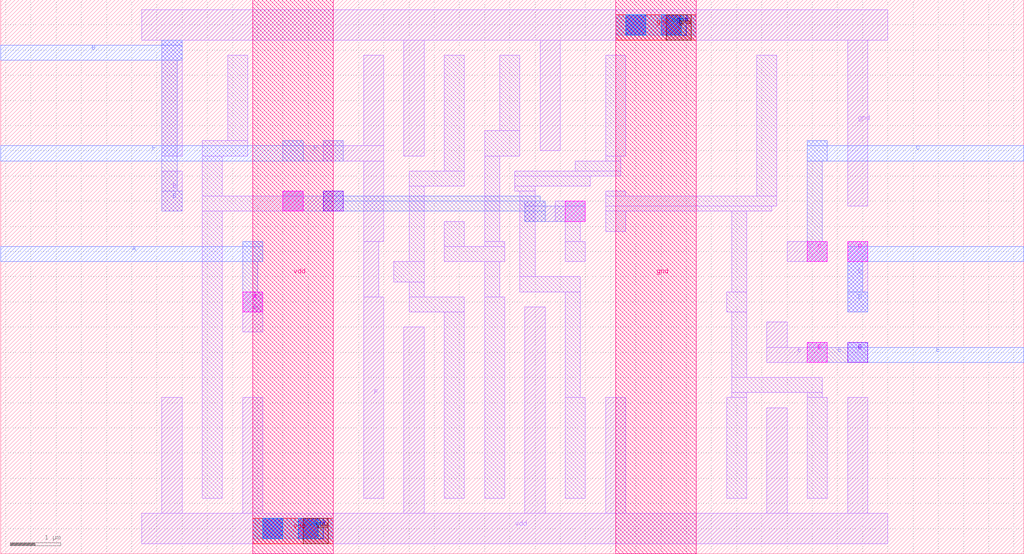
<source format=lef>
VERSION 5.7 ;
  NOWIREEXTENSIONATPIN ON ;
  DIVIDERCHAR "/" ;
  BUSBITCHARS "[]" ;
MACRO boolean_equation
  CLASS BLOCK ;
  FOREIGN boolean_equation ;
  ORIGIN 2.600 0.000 ;
  SIZE 20.300 BY 11.000 ;
  PIN vdd
    USE POWER ;
    PORT
      LAYER metal1 ;
        RECT 0.600 0.800 1.000 3.100 ;
        RECT 2.200 0.800 2.600 3.100 ;
        RECT 5.400 0.800 5.800 4.500 ;
        RECT 7.800 0.800 8.200 4.900 ;
        RECT 9.400 0.800 9.800 3.100 ;
        RECT 12.600 0.800 13.000 2.900 ;
        RECT 14.200 0.800 14.600 3.100 ;
        RECT 0.200 0.200 15.000 0.800 ;
      LAYER via1 ;
        RECT 2.600 0.300 3.000 0.700 ;
        RECT 3.300 0.300 3.700 0.700 ;
      LAYER metal2 ;
        RECT 2.400 0.300 4.000 0.700 ;
      LAYER via2 ;
        RECT 2.600 0.300 3.000 0.700 ;
        RECT 3.300 0.300 3.700 0.700 ;
      LAYER metal3 ;
        RECT 2.400 0.300 4.000 0.700 ;
      LAYER via3 ;
        RECT 2.600 0.300 3.000 0.700 ;
        RECT 3.400 0.300 3.800 0.700 ;
      LAYER metal4 ;
        RECT 2.400 0.300 4.000 0.700 ;
      LAYER via4 ;
        RECT 2.600 0.300 3.000 0.700 ;
        RECT 3.300 0.300 3.700 0.700 ;
      LAYER metal5 ;
        RECT 2.400 0.200 4.000 0.700 ;
      LAYER via5 ;
        RECT 3.400 0.200 3.900 0.700 ;
      LAYER metal6 ;
        RECT 2.400 0.000 4.000 11.000 ;
    END
  END vdd
  PIN gnd
    USE GROUND ;
    PORT
      LAYER metal1 ;
        RECT 0.200 10.200 15.000 10.800 ;
        RECT 0.600 7.900 1.000 10.200 ;
        RECT 5.400 7.900 5.800 10.200 ;
        RECT 8.100 8.000 8.500 10.200 ;
        RECT 14.200 6.900 14.600 10.200 ;
      LAYER via1 ;
        RECT 9.800 10.300 10.200 10.700 ;
        RECT 10.500 10.300 10.900 10.700 ;
      LAYER metal2 ;
        RECT 9.600 10.300 11.200 10.700 ;
      LAYER via2 ;
        RECT 9.800 10.300 10.200 10.700 ;
        RECT 10.500 10.300 10.900 10.700 ;
      LAYER metal3 ;
        RECT 9.600 10.300 11.200 10.700 ;
      LAYER via3 ;
        RECT 9.800 10.300 10.200 10.700 ;
        RECT 10.600 10.300 11.000 10.700 ;
      LAYER metal4 ;
        RECT 9.600 10.300 11.200 10.700 ;
      LAYER via4 ;
        RECT 9.800 10.300 10.200 10.700 ;
        RECT 10.500 10.300 10.900 10.700 ;
      LAYER metal5 ;
        RECT 9.600 10.200 11.200 10.700 ;
      LAYER via5 ;
        RECT 10.600 10.200 11.100 10.700 ;
      LAYER metal6 ;
        RECT 9.600 0.000 11.200 11.000 ;
    END
  END gnd
  PIN A
    PORT
      LAYER metal1 ;
        RECT 2.200 4.400 2.600 5.200 ;
      LAYER via1 ;
        RECT 2.200 4.800 2.600 5.200 ;
      LAYER metal2 ;
        RECT 2.200 5.800 2.600 6.200 ;
        RECT 2.200 5.200 2.500 5.800 ;
        RECT 2.200 4.800 2.600 5.200 ;
      LAYER metal3 ;
        RECT 2.200 6.100 2.600 6.200 ;
        RECT -2.600 5.800 2.600 6.100 ;
    END
  END A
  PIN B
    PORT
      LAYER metal1 ;
        RECT 0.600 6.800 1.000 7.600 ;
      LAYER metal2 ;
        RECT 0.600 9.800 1.000 10.200 ;
        RECT 0.600 7.200 0.900 9.800 ;
        RECT 0.600 6.800 1.000 7.200 ;
      LAYER metal3 ;
        RECT 0.600 10.100 1.000 10.200 ;
        RECT -2.600 9.800 1.000 10.100 ;
    END
  END B
  PIN C
    PORT
      LAYER metal1 ;
        RECT 13.000 5.800 13.800 6.200 ;
      LAYER via1 ;
        RECT 13.400 5.800 13.800 6.200 ;
      LAYER metal2 ;
        RECT 13.400 7.800 13.800 8.200 ;
        RECT 13.400 6.200 13.700 7.800 ;
        RECT 13.400 5.800 13.800 6.200 ;
      LAYER metal3 ;
        RECT 13.400 8.100 13.800 8.200 ;
        RECT 13.400 7.800 17.700 8.100 ;
    END
  END C
  PIN D
    PORT
      LAYER metal1 ;
        RECT 14.200 4.800 14.600 6.200 ;
      LAYER via1 ;
        RECT 14.200 5.800 14.600 6.200 ;
      LAYER metal2 ;
        RECT 14.200 5.800 14.600 6.200 ;
        RECT 14.200 5.200 14.500 5.800 ;
        RECT 14.200 4.800 14.600 5.200 ;
      LAYER metal3 ;
        RECT 14.200 5.800 17.700 6.100 ;
        RECT 14.200 5.200 14.500 5.800 ;
        RECT 14.200 4.800 14.600 5.200 ;
    END
  END D
  PIN E
    PORT
      LAYER metal1 ;
        RECT 12.600 4.100 13.000 4.600 ;
        RECT 13.400 4.100 13.800 4.200 ;
        RECT 12.600 3.800 13.800 4.100 ;
      LAYER via1 ;
        RECT 13.400 3.800 13.800 4.200 ;
      LAYER metal2 ;
        RECT 13.400 4.100 13.800 4.200 ;
        RECT 14.200 4.100 14.600 4.200 ;
        RECT 13.400 3.800 14.600 4.100 ;
      LAYER via2 ;
        RECT 14.200 3.800 14.600 4.200 ;
      LAYER metal3 ;
        RECT 14.200 4.100 14.600 4.200 ;
        RECT 14.200 3.800 17.700 4.100 ;
    END
  END E
  PIN F
    PORT
      LAYER metal1 ;
        RECT 3.800 8.100 4.200 8.200 ;
        RECT 4.600 8.100 5.000 9.900 ;
        RECT 3.800 7.800 5.000 8.100 ;
        RECT 4.600 6.200 5.000 7.800 ;
        RECT 4.600 5.100 4.900 6.200 ;
        RECT 4.600 1.100 5.000 5.100 ;
      LAYER metal2 ;
        RECT 3.000 8.100 3.400 8.200 ;
        RECT 3.800 8.100 4.200 8.200 ;
        RECT 3.000 7.800 4.200 8.100 ;
      LAYER metal3 ;
        RECT 3.000 8.100 3.400 8.200 ;
        RECT -2.600 7.800 3.400 8.100 ;
    END
  END F
  OBS
      LAYER metal1 ;
        RECT 1.900 8.200 2.300 9.900 ;
        RECT 1.400 7.900 2.300 8.200 ;
        RECT 1.400 7.100 1.800 7.900 ;
        RECT 6.200 7.600 6.600 9.900 ;
        RECT 7.300 8.400 7.700 9.900 ;
        RECT 5.500 7.300 6.600 7.600 ;
        RECT 7.000 7.900 7.700 8.400 ;
        RECT 9.400 7.900 9.800 9.900 ;
        RECT 3.000 7.100 3.400 7.200 ;
        RECT 1.400 6.800 3.400 7.100 ;
        RECT 1.400 1.100 1.800 6.800 ;
        RECT 5.500 5.800 5.800 7.300 ;
        RECT 6.200 6.100 6.600 6.600 ;
        RECT 7.000 6.200 7.300 7.900 ;
        RECT 9.400 7.800 9.700 7.900 ;
        RECT 8.800 7.600 9.700 7.800 ;
        RECT 7.600 7.500 9.700 7.600 ;
        RECT 7.600 7.300 9.100 7.500 ;
        RECT 7.600 7.200 8.000 7.300 ;
        RECT 7.000 6.100 7.400 6.200 ;
        RECT 6.200 5.800 7.400 6.100 ;
        RECT 5.200 5.400 5.800 5.800 ;
        RECT 5.500 5.100 5.800 5.400 ;
        RECT 7.000 5.100 7.300 5.800 ;
        RECT 7.700 5.500 8.000 7.200 ;
        RECT 9.400 7.100 9.800 7.200 ;
        RECT 12.400 7.100 12.800 9.900 ;
        RECT 8.400 6.600 9.000 7.000 ;
        RECT 9.400 6.900 12.800 7.100 ;
        RECT 9.400 6.800 12.700 6.900 ;
        RECT 8.600 6.200 8.900 6.600 ;
        RECT 9.400 6.400 9.800 6.800 ;
        RECT 8.600 5.800 9.000 6.200 ;
        RECT 7.700 5.200 8.900 5.500 ;
        RECT 11.900 5.200 12.200 6.800 ;
        RECT 5.500 4.800 6.600 5.100 ;
        RECT 6.200 1.100 6.600 4.800 ;
        RECT 7.000 1.100 7.400 5.100 ;
        RECT 8.600 3.100 8.900 5.200 ;
        RECT 11.800 4.800 12.200 5.200 ;
        RECT 11.900 3.500 12.200 4.800 ;
        RECT 11.900 3.200 13.700 3.500 ;
        RECT 11.900 3.100 12.200 3.200 ;
        RECT 8.600 1.100 9.000 3.100 ;
        RECT 11.800 1.100 12.200 3.100 ;
        RECT 13.400 3.100 13.700 3.200 ;
        RECT 13.400 1.100 13.800 3.100 ;
      LAYER via1 ;
        RECT 3.000 6.800 3.400 7.200 ;
        RECT 8.600 6.600 9.000 7.000 ;
      LAYER metal2 ;
        RECT 3.000 7.100 3.400 7.200 ;
        RECT 3.800 7.100 4.200 7.200 ;
        RECT 3.000 6.800 4.200 7.100 ;
        RECT 7.800 6.900 8.200 7.000 ;
        RECT 8.600 6.900 9.000 7.000 ;
        RECT 7.800 6.600 9.000 6.900 ;
      LAYER via2 ;
        RECT 3.800 6.800 4.200 7.200 ;
      LAYER metal3 ;
        RECT 3.800 7.100 4.200 7.200 ;
        RECT 3.800 7.000 8.100 7.100 ;
        RECT 3.800 6.800 8.200 7.000 ;
        RECT 7.800 6.600 8.200 6.800 ;
  END
END boolean_equation
END LIBRARY


</source>
